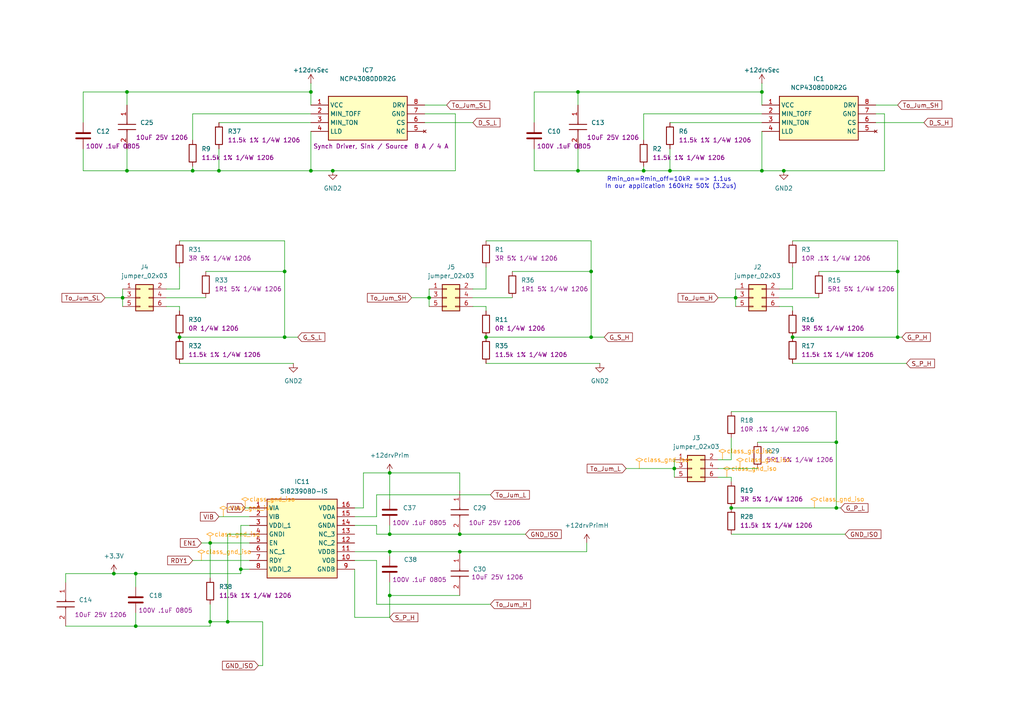
<source format=kicad_sch>
(kicad_sch (version 20250114) (generator "eeschema") (generator_version "9.0")
  (paper "A4")
  (lib_symbols
    (symbol "Connector_Generic:Conn_02x03_Odd_Even" (pin_names (offset 1.016) (hide yes))
      (property "Reference" "J" (at 1.27 5.08 0))
      (property "Value" "Conn_02x03_Odd_Even" (at 1.27 -5.08 0))
      (symbol "Conn_02x03_Odd_Even_1_1"
        (rectangle (start -1.27 3.81) (end 3.81 -3.81) (stroke (width 0.254)) (fill (type background)))
        (rectangle (start -1.27 2.667) (end 0 2.413) (stroke (width 0.1524)))
        (rectangle (start -1.27 0.127) (end 0 -0.127) (stroke (width 0.1524)))
        (rectangle (start -1.27 -2.413) (end 0 -2.667) (stroke (width 0.1524)))
        (rectangle (start 3.81 2.667) (end 2.54 2.413) (stroke (width 0.1524)))
        (rectangle (start 3.81 0.127) (end 2.54 -0.127) (stroke (width 0.1524)))
        (rectangle (start 3.81 -2.413) (end 2.54 -2.667) (stroke (width 0.1524)))
        (pin passive line (at -5.08 2.54 0) (length 3.81) (name "Pin_1") (number "1"))
        (pin passive line (at -5.08 0 0) (length 3.81) (name "Pin_3") (number "3"))
        (pin passive line (at -5.08 -2.54 0) (length 3.81) (name "Pin_5") (number "5"))
        (pin passive line (at 7.62 2.54 180) (length 3.81) (name "Pin_2") (number "2"))
        (pin passive line (at 7.62 0 180) (length 3.81) (name "Pin_4") (number "4"))
        (pin passive line (at 7.62 -2.54 180) (length 3.81) (name "Pin_6") (number "6"))
      )
    )
    (symbol "Device:C" (pin_numbers (hide yes)) (pin_names (offset 0.254))
      (property "Reference" "C" (at 0.635 2.54 0))
      (property "Value" "C" (at 0.635 -2.54 0))
      (symbol "C_0_1"
        (polyline (pts (xy -2.032 0.762) (xy 2.032 0.762)) (stroke (width 0.508)))
        (polyline (pts (xy -2.032 -0.762) (xy 2.032 -0.762)) (stroke (width 0.508)))
      )
      (symbol "C_1_1"
        (pin passive line (at 0 3.81 270) (length 2.794) (name "~") (number "1"))
        (pin passive line (at 0 -3.81 90) (length 2.794) (name "~") (number "2"))
      )
    )
    (symbol "Device:R" (pin_numbers (hide yes)) (pin_names (offset 0))
      (property "Reference" "R" (at 2.032 0 90))
      (property "Value" "R" (at 0 0 90))
      (symbol "R_0_1"
        (rectangle (start -1.016 -2.54) (end 1.016 2.54) (stroke (width 0.254)))
      )
      (symbol "R_1_1"
        (pin passive line (at 0 3.81 270) (length 1.27) (name "~") (number "1"))
        (pin passive line (at 0 -3.81 90) (length 1.27) (name "~") (number "2"))
      )
    )
    (symbol "GRM31CR71E106KA12K:GRM31CR71E106KA12K" (pin_names (hide yes))
      (property "Reference" "C" (at 8.89 6.35 0))
      (property "Value" "GRM31CR71E106KA12K" (at 8.89 3.81 0))
      (symbol "GRM31CR71E106KA12K_1_1"
        (polyline (pts (xy 5.08 0) (xy 5.588 0)) (stroke (width 0.254)))
        (polyline (pts (xy 5.588 2.54) (xy 5.588 -2.54)) (stroke (width 0.254)))
        (polyline (pts (xy 7.112 2.54) (xy 7.112 -2.54)) (stroke (width 0.254)))
        (polyline (pts (xy 7.112 0) (xy 7.62 0)) (stroke (width 0.254)))
        (pin passive line (at 0 0 0) (length 5.08) (name "1") (number "1"))
        (pin passive line (at 12.7 0 180) (length 5.08) (name "2") (number "2"))
      )
    )
    (symbol "NCP43080ADR2G:NCP43080ADR2G"
      (property "Reference" "IC" (at 29.21 7.62 0))
      (property "Value" "NCP43080ADR2G" (at 29.21 5.08 0))
      (symbol "NCP43080ADR2G_1_1"
        (rectangle (start 5.08 2.54) (end 27.94 -10.16) (stroke (width 0.254)) (fill (type background)))
        (pin passive line (at 0 0 0) (length 5.08) (name "VCC") (number "1"))
        (pin passive line (at 0 -2.54 0) (length 5.08) (name "MIN_TOFF") (number "2"))
        (pin passive line (at 0 -5.08 0) (length 5.08) (name "MIN_TON") (number "3"))
        (pin passive line (at 0 -7.62 0) (length 5.08) (name "LLD") (number "4"))
        (pin passive line (at 33.02 0 180) (length 5.08) (name "DRV") (number "8"))
        (pin passive line (at 33.02 -2.54 180) (length 5.08) (name "GND") (number "7"))
        (pin passive line (at 33.02 -5.08 180) (length 5.08) (name "CS") (number "6"))
        (pin no_connect line (at 33.02 -7.62 180) (length 5.08) (name "NC") (number "5"))
      )
    )
    (symbol "SI82390BD-IS:SI82390BD-IS"
      (property "Reference" "IC" (at 26.67 7.62 0))
      (property "Value" "SI82390BD-IS" (at 26.67 5.08 0))
      (symbol "SI82390BD-IS_1_1"
        (rectangle (start 5.08 2.54) (end 25.4 -20.32) (stroke (width 0.254)) (fill (type background)))
        (pin passive line (at 0 0 0) (length 5.08) (name "VIA") (number "1"))
        (pin passive line (at 0 -2.54 0) (length 5.08) (name "VIB") (number "2"))
        (pin passive line (at 0 -5.08 0) (length 5.08) (name "VDDI_1") (number "3"))
        (pin passive line (at 0 -7.62 0) (length 5.08) (name "GNDI") (number "4"))
        (pin passive line (at 0 -10.16 0) (length 5.08) (name "EN") (number "5"))
        (pin passive line (at 0 -12.7 0) (length 5.08) (name "NC_1") (number "6"))
        (pin passive line (at 0 -15.24 0) (length 5.08) (name "RDY") (number "7"))
        (pin passive line (at 0 -17.78 0) (length 5.08) (name "VDDI_2") (number "8"))
        (pin passive line (at 30.48 0 180) (length 5.08) (name "VDDA") (number "16"))
        (pin passive line (at 30.48 -2.54 180) (length 5.08) (name "VOA") (number "15"))
        (pin passive line (at 30.48 -5.08 180) (length 5.08) (name "GNDA") (number "14"))
        (pin passive line (at 30.48 -7.62 180) (length 5.08) (name "NC_3") (number "13"))
        (pin passive line (at 30.48 -10.16 180) (length 5.08) (name "NC_2") (number "12"))
        (pin passive line (at 30.48 -12.7 180) (length 5.08) (name "VDDB") (number "11"))
        (pin passive line (at 30.48 -15.24 180) (length 5.08) (name "VOB") (number "10"))
        (pin passive line (at 30.48 -17.78 180) (length 5.08) (name "GNDB") (number "9"))
      )
    )
    (symbol "power:+12V" (power) (pin_numbers (hide yes)) (pin_names (offset 0) (hide yes))
      (property "Value" "+12V" (at 0 3.556 0))
      (symbol "+12V_0_1"
        (polyline (pts (xy -0.762 1.27) (xy 0 2.54)))
        (polyline (pts (xy 0 2.54) (xy 0.762 1.27)))
        (polyline (pts (xy 0 0) (xy 0 2.54)))
      )
      (symbol "+12V_1_1"
        (pin power_in line (at 0 0 90) (length 0) (name "~") (number "1"))
      )
    )
    (symbol "power:+5V" (power) (pin_numbers (hide yes)) (pin_names (offset 0) (hide yes))
      (property "Value" "+5V" (at 0 3.556 0))
      (symbol "+5V_0_1"
        (polyline (pts (xy -0.762 1.27) (xy 0 2.54)))
        (polyline (pts (xy 0 2.54) (xy 0.762 1.27)))
        (polyline (pts (xy 0 0) (xy 0 2.54)))
      )
      (symbol "+5V_1_1"
        (pin power_in line (at 0 0 90) (length 0) (name "~") (number "1"))
      )
    )
    (symbol "power:GND2" (power) (pin_numbers (hide yes)) (pin_names (offset 0) (hide yes))
      (property "Value" "GND2" (at 0 -3.81 0))
      (symbol "GND2_0_1"
        (polyline (pts (xy 0 0) (xy 0 -1.27) (xy 1.27 -1.27) (xy 0 -2.54) (xy -1.27 -1.27) (xy 0 -1.27)))
      )
      (symbol "GND2_1_1"
        (pin power_in line (at 0 0 270) (length 0) (name "~") (number "1"))
      )
    )
  )
  (text "Rmin_on=Rmin_off=10kR ==> 1.1us \nIn our application 160kHz 50% (3.2us)" (at 194.564 53.086 0) (effects (font (size 1.27 1.27))))
  (junction (at 140.97 97.79))
  (junction (at 39.37 181.61))
  (junction (at 66.04 180.34))
  (junction (at 220.98 26.67))
  (junction (at 35.56 86.36))
  (junction (at 82.55 78.74))
  (junction (at 52.07 97.79))
  (junction (at 113.03 172.72))
  (junction (at 36.83 26.67))
  (junction (at 39.37 166.37))
  (junction (at 242.57 128.27))
  (junction (at 69.85 165.1))
  (junction (at 82.55 97.79))
  (junction (at 260.35 97.79))
  (junction (at 133.35 160.02))
  (junction (at 186.69 49.53))
  (junction (at 133.35 154.94))
  (junction (at 195.58 135.89))
  (junction (at 60.96 180.34))
  (junction (at 63.5 49.53))
  (junction (at 220.98 49.53))
  (junction (at 90.17 49.53))
  (junction (at 260.35 78.74))
  (junction (at 55.88 49.53))
  (junction (at 96.52 49.53))
  (junction (at 194.31 49.53))
  (junction (at 36.83 49.53))
  (junction (at 167.64 49.53))
  (junction (at 90.17 26.67))
  (junction (at 213.36 86.36))
  (junction (at 171.45 97.79))
  (junction (at 113.03 137.16))
  (junction (at 124.46 86.36))
  (junction (at 113.03 160.02))
  (junction (at 33.02 166.37))
  (junction (at 227.33 49.53))
  (junction (at 171.45 78.74))
  (junction (at 113.03 154.94))
  (junction (at 167.64 26.67))
  (junction (at 60.96 157.48))
  (junction (at 229.87 97.79))
  (junction (at 242.57 147.32))
  (junction (at 212.09 147.32))
  (wire (pts (xy 229.87 83.82) (xy 226.06 83.82)))
  (wire (pts (xy 123.19 33.02) (xy 132.08 33.02)))
  (wire (pts (xy 154.94 26.67) (xy 154.94 35.56)))
  (wire (pts (xy 237.49 78.74) (xy 260.35 78.74)))
  (wire (pts (xy 213.36 83.82) (xy 213.36 86.36)))
  (wire (pts (xy 220.98 26.67) (xy 220.98 30.48)))
  (wire (pts (xy 113.03 137.16) (xy 113.03 144.78)))
  (wire (pts (xy 109.22 175.26) (xy 109.22 162.56)))
  (wire (pts (xy 254 35.56) (xy 267.97 35.56)))
  (wire (pts (xy 137.16 88.9) (xy 140.97 88.9)))
  (wire (pts (xy 227.33 49.53) (xy 256.54 49.53)))
  (wire (pts (xy 39.37 181.61) (xy 39.37 177.8)))
  (wire (pts (xy 208.28 138.43) (xy 212.09 138.43)))
  (wire (pts (xy 63.5 49.53) (xy 90.17 49.53)))
  (wire (pts (xy 229.87 77.47) (xy 229.87 83.82)))
  (wire (pts (xy 212.09 133.35) (xy 208.28 133.35)))
  (wire (pts (xy 109.22 143.51) (xy 142.24 143.51)))
  (wire (pts (xy 140.97 77.47) (xy 140.97 83.82)))
  (wire (pts (xy 52.07 105.41) (xy 85.09 105.41)))
  (wire (pts (xy 60.96 157.48) (xy 60.96 167.64)))
  (wire (pts (xy 52.07 97.79) (xy 82.55 97.79)))
  (wire (pts (xy 140.97 97.79) (xy 171.45 97.79)))
  (wire (pts (xy 113.03 179.07) (xy 113.03 172.72)))
  (wire (pts (xy 195.58 135.89) (xy 195.58 138.43)))
  (wire (pts (xy 167.64 43.18) (xy 167.64 49.53)))
  (wire (pts (xy 154.94 26.67) (xy 167.64 26.67)))
  (wire (pts (xy 140.97 105.41) (xy 173.99 105.41)))
  (wire (pts (xy 72.39 152.4) (xy 69.85 152.4)))
  (wire (pts (xy 24.13 26.67) (xy 36.83 26.67)))
  (wire (pts (xy 109.22 149.86) (xy 109.22 143.51)))
  (wire (pts (xy 96.52 49.53) (xy 132.08 49.53)))
  (wire (pts (xy 154.94 49.53) (xy 167.64 49.53)))
  (wire (pts (xy 113.03 168.91) (xy 113.03 172.72)))
  (wire (pts (xy 39.37 170.18) (xy 39.37 166.37)))
  (wire (pts (xy 90.17 26.67) (xy 90.17 30.48)))
  (wire (pts (xy 167.64 26.67) (xy 220.98 26.67)))
  (wire (pts (xy 102.87 160.02) (xy 113.03 160.02)))
  (wire (pts (xy 63.5 35.56) (xy 90.17 35.56)))
  (wire (pts (xy 55.88 162.56) (xy 72.39 162.56)))
  (wire (pts (xy 90.17 24.13) (xy 90.17 26.67)))
  (wire (pts (xy 69.85 166.37) (xy 69.85 165.1)))
  (wire (pts (xy 260.35 78.74) (xy 260.35 97.79)))
  (wire (pts (xy 60.96 180.34) (xy 66.04 180.34)))
  (wire (pts (xy 102.87 162.56) (xy 109.22 162.56)))
  (wire (pts (xy 52.07 77.47) (xy 52.07 83.82)))
  (wire (pts (xy 171.45 69.85) (xy 171.45 78.74)))
  (wire (pts (xy 19.05 166.37) (xy 33.02 166.37)))
  (wire (pts (xy 212.09 147.32) (xy 242.57 147.32)))
  (wire (pts (xy 30.48 86.36) (xy 35.56 86.36)))
  (wire (pts (xy 96.52 49.53) (xy 90.17 49.53)))
  (wire (pts (xy 113.03 154.94) (xy 133.35 154.94)))
  (wire (pts (xy 33.02 166.37) (xy 39.37 166.37)))
  (wire (pts (xy 55.88 49.53) (xy 63.5 49.53)))
  (wire (pts (xy 69.85 165.1) (xy 72.39 165.1)))
  (wire (pts (xy 60.96 180.34) (xy 60.96 175.26)))
  (wire (pts (xy 229.87 90.17) (xy 229.87 88.9)))
  (wire (pts (xy 140.97 83.82) (xy 137.16 83.82)))
  (wire (pts (xy 213.36 86.36) (xy 213.36 88.9)))
  (wire (pts (xy 229.87 97.79) (xy 260.35 97.79)))
  (wire (pts (xy 36.83 49.53) (xy 55.88 49.53)))
  (wire (pts (xy 154.94 43.18) (xy 154.94 49.53)))
  (wire (pts (xy 133.35 154.94) (xy 152.4 154.94)))
  (wire (pts (xy 212.09 127) (xy 212.09 133.35)))
  (wire (pts (xy 105.41 137.16) (xy 105.41 147.32)))
  (wire (pts (xy 181.61 135.89) (xy 195.58 135.89)))
  (wire (pts (xy 167.64 26.67) (xy 167.64 30.48)))
  (wire (pts (xy 36.83 26.67) (xy 90.17 26.67)))
  (wire (pts (xy 55.88 40.64) (xy 55.88 33.02)))
  (wire (pts (xy 105.41 137.16) (xy 113.03 137.16)))
  (wire (pts (xy 82.55 69.85) (xy 82.55 78.74)))
  (wire (pts (xy 113.03 152.4) (xy 113.03 154.94)))
  (wire (pts (xy 66.04 180.34) (xy 76.2 180.34)))
  (wire (pts (xy 74.93 193.04) (xy 76.2 193.04)))
  (wire (pts (xy 71.12 147.32) (xy 72.39 147.32)))
  (wire (pts (xy 59.69 78.74) (xy 82.55 78.74)))
  (wire (pts (xy 229.87 105.41) (xy 262.89 105.41)))
  (wire (pts (xy 212.09 154.94) (xy 245.11 154.94)))
  (wire (pts (xy 63.5 149.86) (xy 72.39 149.86)))
  (wire (pts (xy 229.87 69.85) (xy 260.35 69.85)))
  (wire (pts (xy 52.07 69.85) (xy 82.55 69.85)))
  (wire (pts (xy 226.06 88.9) (xy 229.87 88.9)))
  (wire (pts (xy 55.88 48.26) (xy 55.88 49.53)))
  (wire (pts (xy 171.45 97.79) (xy 175.26 97.79)))
  (wire (pts (xy 66.04 154.94) (xy 72.39 154.94)))
  (wire (pts (xy 260.35 97.79) (xy 261.62 97.79)))
  (wire (pts (xy 124.46 83.82) (xy 124.46 86.36)))
  (wire (pts (xy 52.07 90.17) (xy 52.07 88.9)))
  (wire (pts (xy 242.57 147.32) (xy 243.84 147.32)))
  (wire (pts (xy 195.58 133.35) (xy 195.58 135.89)))
  (wire (pts (xy 52.07 83.82) (xy 48.26 83.82)))
  (wire (pts (xy 36.83 26.67) (xy 36.83 30.48)))
  (wire (pts (xy 113.03 160.02) (xy 113.03 161.29)))
  (wire (pts (xy 119.38 86.36) (xy 124.46 86.36)))
  (wire (pts (xy 137.16 86.36) (xy 148.59 86.36)))
  (wire (pts (xy 140.97 69.85) (xy 171.45 69.85)))
  (wire (pts (xy 82.55 97.79) (xy 86.36 97.79)))
  (wire (pts (xy 254 30.48) (xy 260.35 30.48)))
  (wire (pts (xy 19.05 168.91) (xy 19.05 166.37)))
  (wire (pts (xy 171.45 78.74) (xy 171.45 97.79)))
  (wire (pts (xy 186.69 33.02) (xy 220.98 33.02)))
  (wire (pts (xy 123.19 35.56) (xy 137.16 35.56)))
  (wire (pts (xy 194.31 35.56) (xy 220.98 35.56)))
  (wire (pts (xy 35.56 83.82) (xy 35.56 86.36)))
  (wire (pts (xy 167.64 49.53) (xy 186.69 49.53)))
  (wire (pts (xy 24.13 26.67) (xy 24.13 35.56)))
  (wire (pts (xy 76.2 193.04) (xy 76.2 180.34)))
  (wire (pts (xy 194.31 43.18) (xy 194.31 49.53)))
  (wire (pts (xy 113.03 172.72) (xy 133.35 172.72)))
  (wire (pts (xy 55.88 33.02) (xy 90.17 33.02)))
  (wire (pts (xy 132.08 33.02) (xy 132.08 49.53)))
  (wire (pts (xy 113.03 160.02) (xy 133.35 160.02)))
  (wire (pts (xy 109.22 152.4) (xy 109.22 154.94)))
  (wire (pts (xy 19.05 181.61) (xy 39.37 181.61)))
  (wire (pts (xy 109.22 152.4) (xy 102.87 152.4)))
  (wire (pts (xy 220.98 38.1) (xy 220.98 49.53)))
  (wire (pts (xy 39.37 166.37) (xy 69.85 166.37)))
  (wire (pts (xy 60.96 181.61) (xy 60.96 180.34)))
  (wire (pts (xy 220.98 24.13) (xy 220.98 26.67)))
  (wire (pts (xy 39.37 181.61) (xy 60.96 181.61)))
  (wire (pts (xy 35.56 86.36) (xy 35.56 88.9)))
  (wire (pts (xy 242.57 128.27) (xy 242.57 147.32)))
  (wire (pts (xy 48.26 88.9) (xy 52.07 88.9)))
  (wire (pts (xy 256.54 33.02) (xy 256.54 49.53)))
  (wire (pts (xy 212.09 119.38) (xy 242.57 119.38)))
  (wire (pts (xy 227.33 49.53) (xy 220.98 49.53)))
  (wire (pts (xy 194.31 49.53) (xy 220.98 49.53)))
  (wire (pts (xy 102.87 165.1) (xy 102.87 179.07)))
  (wire (pts (xy 109.22 175.26) (xy 142.24 175.26)))
  (wire (pts (xy 186.69 49.53) (xy 194.31 49.53)))
  (wire (pts (xy 186.69 40.64) (xy 186.69 33.02)))
  (wire (pts (xy 66.04 154.94) (xy 66.04 180.34)))
  (wire (pts (xy 133.35 137.16) (xy 133.35 142.24)))
  (wire (pts (xy 242.57 119.38) (xy 242.57 128.27)))
  (wire (pts (xy 208.28 86.36) (xy 213.36 86.36)))
  (wire (pts (xy 102.87 149.86) (xy 109.22 149.86)))
  (wire (pts (xy 140.97 90.17) (xy 140.97 88.9)))
  (wire (pts (xy 212.09 139.7) (xy 212.09 138.43)))
  (wire (pts (xy 186.69 48.26) (xy 186.69 49.53)))
  (wire (pts (xy 254 33.02) (xy 256.54 33.02)))
  (wire (pts (xy 260.35 69.85) (xy 260.35 78.74)))
  (wire (pts (xy 133.35 160.02) (xy 170.18 160.02)))
  (wire (pts (xy 226.06 86.36) (xy 237.49 86.36)))
  (wire (pts (xy 24.13 43.18) (xy 24.13 49.53)))
  (wire (pts (xy 219.71 128.27) (xy 242.57 128.27)))
  (wire (pts (xy 170.18 160.02) (xy 170.18 157.48)))
  (wire (pts (xy 58.42 157.48) (xy 60.96 157.48)))
  (wire (pts (xy 109.22 154.94) (xy 113.03 154.94)))
  (wire (pts (xy 102.87 179.07) (xy 113.03 179.07)))
  (wire (pts (xy 113.03 137.16) (xy 133.35 137.16)))
  (wire (pts (xy 82.55 78.74) (xy 82.55 97.79)))
  (wire (pts (xy 48.26 86.36) (xy 59.69 86.36)))
  (wire (pts (xy 24.13 49.53) (xy 36.83 49.53)))
  (wire (pts (xy 60.96 157.48) (xy 72.39 157.48)))
  (wire (pts (xy 63.5 43.18) (xy 63.5 49.53)))
  (wire (pts (xy 90.17 38.1) (xy 90.17 49.53)))
  (wire (pts (xy 102.87 147.32) (xy 105.41 147.32)))
  (wire (pts (xy 148.59 78.74) (xy 171.45 78.74)))
  (wire (pts (xy 123.19 30.48) (xy 129.54 30.48)))
  (wire (pts (xy 36.83 43.18) (xy 36.83 49.53)))
  (wire (pts (xy 208.28 135.89) (xy 219.71 135.89)))
  (wire (pts (xy 69.85 152.4) (xy 69.85 165.1)))
  (wire (pts (xy 124.46 86.36) (xy 124.46 88.9)))
  (global_label "To_Jum_H" (shape input) (at 142.24 175.26 0) (property "Intersheetrefs" "${INTERSHEET_REFS}" (effects (hide yes))))
  (global_label "To_Jum_SL" (shape input) (at 30.48 86.36 180) (property "Intersheetrefs" "${INTERSHEET_REFS}" (effects (hide yes))))
  (global_label "To_Jum_SH" (shape input) (at 260.35 30.48 0) (property "Intersheetrefs" "${INTERSHEET_REFS}" (effects (hide yes))))
  (global_label "G_S_L" (shape input) (at 86.36 97.79 0) (property "Intersheetrefs" "${INTERSHEET_REFS}" (effects (hide yes))))
  (global_label "To_Jum_SL" (shape input) (at 129.54 30.48 0) (property "Intersheetrefs" "${INTERSHEET_REFS}" (effects (hide yes))))
  (global_label "S_P_H" (shape input) (at 113.03 179.07 0) (property "Intersheetrefs" "${INTERSHEET_REFS}" (effects (hide yes))))
  (global_label "D_S_L" (shape input) (at 137.16 35.56 0) (property "Intersheetrefs" "${INTERSHEET_REFS}" (effects (hide yes))))
  (global_label "G_P_L" (shape input) (at 243.84 147.32 0) (property "Intersheetrefs" "${INTERSHEET_REFS}" (effects (hide yes))))
  (global_label "RDY1" (shape input) (at 55.88 162.56 180) (property "Intersheetrefs" "${INTERSHEET_REFS}" (effects (hide yes))))
  (global_label "S_P_H" (shape input) (at 262.89 105.41 0) (property "Intersheetrefs" "${INTERSHEET_REFS}" (effects (hide yes))))
  (global_label "G_P_H" (shape input) (at 261.62 97.79 0) (property "Intersheetrefs" "${INTERSHEET_REFS}" (effects (hide yes))))
  (global_label "G_S_H" (shape input) (at 175.26 97.79 0) (property "Intersheetrefs" "${INTERSHEET_REFS}" (effects (hide yes))))
  (global_label "To_Jum_H" (shape input) (at 208.28 86.36 180) (property "Intersheetrefs" "${INTERSHEET_REFS}" (effects (hide yes))))
  (global_label "To_Jum_L" (shape input) (at 181.61 135.89 180) (property "Intersheetrefs" "${INTERSHEET_REFS}" (effects (hide yes))))
  (global_label "GND_ISO" (shape input) (at 152.4 154.94 0) (property "Intersheetrefs" "${INTERSHEET_REFS}" (effects (hide yes))))
  (global_label "D_S_H" (shape input) (at 267.97 35.56 0) (property "Intersheetrefs" "${INTERSHEET_REFS}" (effects (hide yes))))
  (global_label "To_Jum_SH" (shape input) (at 119.38 86.36 180) (property "Intersheetrefs" "${INTERSHEET_REFS}" (effects (hide yes))))
  (global_label "VIB" (shape input) (at 63.5 149.86 180) (property "Intersheetrefs" "${INTERSHEET_REFS}" (effects (hide yes))))
  (global_label "GND_ISO" (shape input) (at 74.93 193.04 180) (property "Intersheetrefs" "${INTERSHEET_REFS}" (effects (hide yes))))
  (global_label "VIA" (shape input) (at 71.12 147.32 180) (property "Intersheetrefs" "${INTERSHEET_REFS}" (effects (hide yes))))
  (global_label "EN1" (shape input) (at 58.42 157.48 180) (property "Intersheetrefs" "${INTERSHEET_REFS}" (effects (hide yes))))
  (global_label "GND_ISO" (shape input) (at 245.11 154.94 0) (property "Intersheetrefs" "${INTERSHEET_REFS}" (effects (hide yes))))
  (global_label "To_Jum_L" (shape input) (at 142.24 143.51 0) (property "Intersheetrefs" "${INTERSHEET_REFS}" (effects (hide yes))))
  (netclass_flag "" (length 2.54) (shape diamond) (at 214.63 135.89 0) (property "Netclass" "class_gnd_iso" (at 215.8365 133.35 0) (effects (justify left))))
  (netclass_flag "" (length 2.54) (shape diamond) (at 209.55 133.35 0) (property "Netclass" "class_gnd_iso" (at 210.7565 130.81 0) (effects (justify left))))
  (netclass_flag "" (length 2.54) (shape diamond) (at 58.42 162.56 0) (property "Netclass" "class_gnd_iso" (at 59.6265 160.02 0) (effects (justify left))))
  (netclass_flag "" (length 2.54) (shape diamond) (at 71.12 147.32 0) (property "Netclass" "class_gnd_iso" (at 72.3265 144.78 0) (effects (justify left))))
  (netclass_flag "" (length 2.54) (shape diamond) (at 210.82 138.43 0) (property "Netclass" "class_gnd_iso" (at 212.0265 135.89 0) (effects (justify left))))
  (netclass_flag "" (length 2.54) (shape diamond) (at 60.96 157.48 0) (property "Netclass" "class_gnd_iso" (at 62.1665 154.94 0) (effects (justify left))))
  (netclass_flag "" (length 2.54) (shape diamond) (at 236.22 147.32 0) (property "Netclass" "class_gnd_iso" (at 237.4265 144.78 0) (effects (justify left))))
  (netclass_flag "" (length 2.54) (shape diamond) (at 64.77 149.86 0) (property "Netclass" "class_gnd_iso" (at 65.9765 147.32 0) (effects (justify left))))
  (netclass_flag "" (length 2.54) (shape diamond) (at 185.42 135.89 0) (property "Netclass" "class_gnd_iso" (at 186.6265 133.35 0) (effects (justify left))))
  (symbol (lib_id "Device:R") (at 229.87 93.98 0) (unit 1)
    (property "Reference" "R16" (at 232.41 92.7099 0) (effects (justify left)))
    (property "Value" "KTR18EZPJ3R0" (effects (hide yes)))
    (property "Footprint" "Resistor_SMD:R_1206_3216Metric" (effects (hide yes)))
    (property "Datasheet" "https://fscdn.rohm.com/en/products/databook/datasheet/passive/resistor/chip_resistor/ktr-e.pdf" (effects (hide yes)))
    (property "Description" "3R 5% 1/4W 1206" (at 232.41 95.2499 0) (effects (justify left)))
    (property "Mouser Part Number" "755-KTR18EZPJ3R0" (effects (hide yes)))
    (property "Manufacturer_Name  " "ROHM Semiconductor" (effects (hide yes)))
    (property "Manufacturer_Part_Number " "KTR18EZPJ3R0" (effects (hide yes)))
  )
  (symbol (lib_id "Device:R") (at 52.07 93.98 0) (unit 1)
    (property "Reference" "R30" (at 54.61 92.7099 0) (effects (justify left)))
    (property "Value" "CRCW12060000Z0EAC" (effects (hide yes)))
    (property "Footprint" "Resistor_SMD:R_1206_3216Metric" (effects (hide yes)))
    (property "Datasheet" "https://www.vishay.com/docs/28773/crcwce3.pdf" (effects (hide yes)))
    (property "Description" "0R 1/4W 1206" (at 54.61 95.2499 0) (effects (justify left)))
    (property "Mouser Part Number" "71-CRCW12060000Z0EAC" (effects (hide yes)))
    (property "Manufacturer_Name  " "Vishay" (effects (hide yes)))
    (property "Manufacturer_Part_Number " "CRCW12060000Z0EAC" (effects (hide yes)))
  )
  (symbol (lib_id "Device:R") (at 237.49 82.55 0) (unit 1)
    (property "Reference" "R15" (at 240.03 81.2799 0) (effects (justify left)))
    (property "Value" "M251206BB5108JP500" (effects (hide yes)))
    (property "Footprint" "Resistor_SMD:R_1206_3216Metric" (effects (hide yes)))
    (property "Datasheet" "https://www.vishay.com/doc?20031" (effects (hide yes)))
    (property "Description" "5R1 5% 1/4W 1206" (at 240.03 83.8199 0) (effects (justify left)))
    (property "Mouser Part Number" "71-M251206BB5108JP50" (effects (hide yes)))
    (property "Manufacturer_Name  " "Vishay / Dale" (effects (hide yes)))
    (property "Manufacturer_Part_Number " "M251206BB5108JP500" (effects (hide yes)))
  )
  (symbol (lib_id "Device:R") (at 212.09 143.51 0) (unit 1)
    (property "Reference" "R19" (at 214.63 142.2399 0) (effects (justify left)))
    (property "Value" "KTR18EZPJ3R0" (effects (hide yes)))
    (property "Footprint" "Resistor_SMD:R_1206_3216Metric" (effects (hide yes)))
    (property "Datasheet" "https://fscdn.rohm.com/en/products/databook/datasheet/passive/resistor/chip_resistor/ktr-e.pdf" (effects (hide yes)))
    (property "Description" "3R 5% 1/4W 1206" (at 214.63 144.7799 0) (effects (justify left)))
    (property "Mouser Part Number" "755-KTR18EZPJ3R0" (effects (hide yes)))
    (property "Manufacturer_Name  " "ROHM Semiconductor" (effects (hide yes)))
    (property "Manufacturer_Part_Number " "KTR18EZPJ3R0" (effects (hide yes)))
  )
  (symbol (lib_id "GRM31CR71E106KA12K:GRM31CR71E106KA12K") (at 133.35 142.24 270) (unit 1)
    (property "Reference" "C29" (at 137.16 147.3199 90) (effects (justify left)))
    (property "Value" "GRM31CR71E106KA12K" (effects (hide yes)))
    (property "Footprint" "GRM31CR71E106KA12K:GRM31x" (effects (hide yes)))
    (property "Datasheet" "https://search.murata.co.jp/Ceramy/image/img/A01X/G101/ENG/GRM31CR71E106KA12-01CA.pdf" (effects (hide yes)))
    (property "Description" "10uF 25V 1206" (at 143.51 151.638 90))
    (property "Height" "1.25" (effects (hide yes)))
    (property "Mouser Part Number" "81-GRM31CR71E106KA2K" (effects (hide yes)))
    (property "Mouser Price/Stock" "https://www.mouser.co.uk/ProductDetail/Murata-Electronics/GRM31CR71E106KA12K?qs=raY79WRVTyM6xGVExNjdaw%3D%3D" (effects (hide yes)))
    (property "Manufacturer_Name" "Murata Electronics" (effects (hide yes)))
    (property "Manufacturer_Part_Number" "GRM31CR71E106KA12K" (effects (hide yes)))
  )
  (symbol (lib_id "Device:R") (at 148.59 82.55 0) (unit 1)
    (property "Reference" "R36" (at 151.13 81.2799 0) (effects (justify left)))
    (property "Value" "RC1206JR-071R1L" (effects (hide yes)))
    (property "Footprint" "Resistor_SMD:R_1206_3216Metric" (effects (hide yes)))
    (property "Datasheet" "https://www.mouser.fr/datasheet/3/508/1/PYu-RC_Group_51_RoHS_L_12.pdf" (effects (hide yes)))
    (property "Description" "1R1 5% 1/4W 1206" (at 151.13 83.8199 0) (effects (justify left)))
    (property "Mouser Part Number" "603-RC1206JR-071R1L" (effects (hide yes)))
    (property "Manufacturer_Name  " "YAGEO" (effects (hide yes)))
    (property "Manufacturer_Part_Number " "RC1206JR-071R1L" (effects (hide yes)))
  )
  (symbol (lib_id "Device:C") (at 154.94 39.37 0) (unit 1)
    (property "Reference" "C10" (at 158.75 38.0999 0) (effects (justify left)))
    (property "Value" "SH21B104K101CT" (effects (hide yes)))
    (property "Footprint" "Capacitor_SMD:C_0805_2012Metric" (effects (hide yes)))
    (property "Datasheet" "https://www.mouser.fr/datasheet/3/317/1/WTC_MLCC_Soft_term_SH.pdf" (effects (hide yes)))
    (property "Description" "100V .1uF 0805" (at 163.576 42.418 0))
    (property "Manufacturer_Name" "Walsin" (effects (hide yes)))
    (property "Manufacturer_Part_Number " "SH21B104K101CT" (effects (hide yes)))
    (property "Mouser Part Number" "791-SH21B104K101CT" (effects (hide yes)))
  )
  (symbol (lib_id "Device:R") (at 140.97 101.6 0) (unit 1)
    (property "Reference" "R35" (at 143.51 100.3299 0) (effects (justify left)))
    (property "Value" "RC1206FR-0711K5L" (effects (hide yes)))
    (property "Footprint" "Resistor_SMD:R_1206_3216Metric" (effects (hide yes)))
    (property "Datasheet" "www.mouser.com/catalog/specsheets/YAGEO_PYu_RC_Group_51_RoHS_L_12.pdf" (effects (hide yes)))
    (property "Description" "11.5k 1% 1/4W 1206" (at 143.51 102.8699 0) (effects (justify left)))
    (property "Mouser Part Number" "603-RC1206FR-0711K5L" (effects (hide yes)))
    (property "Manufacturer_Name  " "YAGEO" (effects (hide yes)))
    (property "Manufacturer_Part_Number " "RC1206FR-0711K5L" (effects (hide yes)))
  )
  (symbol (lib_id "GRM31CR71E106KA12K:GRM31CR71E106KA12K") (at 133.35 160.02 270) (unit 1)
    (property "Reference" "C30" (at 137.16 165.0999 90) (effects (justify left)))
    (property "Value" "GRM31CR71E106KA12K" (effects (hide yes)))
    (property "Footprint" "GRM31CR71E106KA12K:GRM31x" (effects (hide yes)))
    (property "Datasheet" "https://search.murata.co.jp/Ceramy/image/img/A01X/G101/ENG/GRM31CR71E106KA12-01CA.pdf" (effects (hide yes)))
    (property "Description" "10uF 25V 1206" (at 144.272 167.386 90))
    (property "Height" "1.25" (effects (hide yes)))
    (property "Mouser Part Number" "81-GRM31CR71E106KA2K" (effects (hide yes)))
    (property "Mouser Price/Stock" "https://www.mouser.co.uk/ProductDetail/Murata-Electronics/GRM31CR71E106KA12K?qs=raY79WRVTyM6xGVExNjdaw%3D%3D" (effects (hide yes)))
    (property "Manufacturer_Name" "Murata Electronics" (effects (hide yes)))
    (property "Manufacturer_Part_Number" "GRM31CR71E106KA12K" (effects (hide yes)))
  )
  (symbol (lib_id "Device:R") (at 229.87 101.6 0) (unit 1)
    (property "Reference" "R17" (at 232.41 100.3299 0) (effects (justify left)))
    (property "Value" "RC1206FR-0711K5L" (effects (hide yes)))
    (property "Footprint" "Resistor_SMD:R_1206_3216Metric" (effects (hide yes)))
    (property "Datasheet" "www.mouser.com/catalog/specsheets/YAGEO_PYu_RC_Group_51_RoHS_L_12.pdf" (effects (hide yes)))
    (property "Description" "11.5k 1% 1/4W 1206" (at 232.41 102.8699 0) (effects (justify left)))
    (property "Mouser Part Number" "603-RC1206FR-0711K5L" (effects (hide yes)))
    (property "Manufacturer_Name  " "YAGEO" (effects (hide yes)))
    (property "Manufacturer_Part_Number " "RC1206FR-0711K5L" (effects (hide yes)))
  )
  (symbol (lib_id "power:+12V") (at 220.98 24.13 0) (unit 1)
    (property "Reference" "#PWR011" (effects (hide yes)))
    (property "Value" "+12drvSec" (at 220.98 20.32 0))
    (property "Description" "Power symbol creates a global label with name \"+12V\"" (effects (hide yes)))
  )
  (symbol (lib_id "Device:R") (at 212.09 123.19 0) (unit 1)
    (property "Reference" "R18" (at 214.63 121.9199 0) (effects (justify left)))
    (property "Value" "RNCE1206BTE10R0" (effects (hide yes)))
    (property "Footprint" "Resistor_SMD:R_1206_3216Metric" (effects (hide yes)))
    (property "Datasheet" "https://www.mouser.fr/datasheet/3/1099/1/SEI-RNCE.pdf" (effects (hide yes)))
    (property "Description" "10R .1% 1/4W 1206" (at 214.63 124.4599 0) (effects (justify left)))
    (property "Mouser Part Number" "708-RNCE1206BTE10R0" (effects (hide yes)))
    (property "Manufacturer_Name  " "SEI Stackpole" (effects (hide yes)))
    (property "Manufacturer_Part_Number " "RNCE1206BTE10R0" (effects (hide yes)))
  )
  (symbol (lib_id "Device:R") (at 63.5 39.37 0) (unit 1)
    (property "Reference" "R37" (at 66.04 38.0999 0) (effects (justify left)))
    (property "Value" "RC1206FR-0711K5L" (effects (hide yes)))
    (property "Footprint" "Resistor_SMD:R_1206_3216Metric" (effects (hide yes)))
    (property "Datasheet" "www.mouser.com/catalog/specsheets/YAGEO_PYu_RC_Group_51_RoHS_L_12.pdf" (effects (hide yes)))
    (property "Description" "11.5k 1% 1/4W 1206" (at 66.04 40.6399 0) (effects (justify left)))
    (property "Mouser Part Number" "603-RC1206FR-0711K5L" (effects (hide yes)))
    (property "Manufacturer_Name  " "YAGEO" (effects (hide yes)))
    (property "Manufacturer_Part_Number " "RC1206FR-0711K5L" (effects (hide yes)))
  )
  (symbol (lib_id "power:+12V") (at 90.17 24.13 0) (unit 1)
    (property "Reference" "#PWR013" (effects (hide yes)))
    (property "Value" "+12drvSec" (at 90.17 20.32 0))
    (property "Description" "Power symbol creates a global label with name \"+12V\"" (effects (hide yes)))
  )
  (symbol (lib_id "GRM31CR71E106KA12K:GRM31CR71E106KA12K") (at 167.64 30.48 270) (unit 1)
    (property "Reference" "C13" (at 171.45 35.5599 90) (effects (justify left)))
    (property "Value" "GRM31CR71E106KA12K" (effects (hide yes)))
    (property "Footprint" "GRM31CR71E106KA12K:GRM31x" (effects (hide yes)))
    (property "Datasheet" "https://search.murata.co.jp/Ceramy/image/img/A01X/G101/ENG/GRM31CR71E106KA12-01CA.pdf" (effects (hide yes)))
    (property "Description" "10uF 25V 1206" (at 177.8 39.878 90))
    (property "Height" "1.25" (effects (hide yes)))
    (property "Mouser Part Number" "81-GRM31CR71E106KA2K" (effects (hide yes)))
    (property "Mouser Price/Stock" "https://www.mouser.co.uk/ProductDetail/Murata-Electronics/GRM31CR71E106KA12K?qs=raY79WRVTyM6xGVExNjdaw%3D%3D" (effects (hide yes)))
    (property "Manufacturer_Name" "Murata Electronics" (effects (hide yes)))
    (property "Manufacturer_Part_Number" "GRM31CR71E106KA12K" (effects (hide yes)))
  )
  (symbol (lib_id "Device:C") (at 39.37 173.99 0) (unit 1)
    (property "Reference" "C18" (at 43.18 172.7199 0) (effects (justify left)))
    (property "Value" "SH21B104K101CT" (effects (hide yes)))
    (property "Footprint" "Capacitor_SMD:C_0805_2012Metric" (effects (hide yes)))
    (property "Datasheet" "https://www.mouser.fr/datasheet/3/317/1/WTC_MLCC_Soft_term_SH.pdf" (effects (hide yes)))
    (property "Description" "100V .1uF 0805" (at 48.006 177.038 0))
    (property "Manufacturer_Name" "Walsin" (effects (hide yes)))
    (property "Manufacturer_Part_Number " "SH21B104K101CT" (effects (hide yes)))
    (property "Mouser Part Number" "791-SH21B104K101CT" (effects (hide yes)))
  )
  (symbol (lib_id "power:+12V") (at 113.03 137.16 0) (unit 1)
    (property "Reference" "#PWR040" (effects (hide yes)))
    (property "Value" "+12drvPrim" (at 113.03 132.08 0))
    (property "Description" "Power symbol creates a global label with name \"+12V\"" (effects (hide yes)))
  )
  (symbol (lib_id "Device:R") (at 219.71 132.08 0) (unit 1)
    (property "Reference" "R29" (at 222.25 130.8099 0) (effects (justify left)))
    (property "Value" "M251206BB5108JP500" (effects (hide yes)))
    (property "Footprint" "Resistor_SMD:R_1206_3216Metric" (effects (hide yes)))
    (property "Datasheet" "https://www.vishay.com/doc?20031" (effects (hide yes)))
    (property "Description" "5R1 5% 1/4W 1206" (at 222.25 133.3499 0) (effects (justify left)))
    (property "Mouser Part Number" "71-M251206BB5108JP50" (effects (hide yes)))
    (property "Manufacturer_Name  " "Vishay / Dale" (effects (hide yes)))
    (property "Manufacturer_Part_Number " "M251206BB5108JP500" (effects (hide yes)))
  )
  (symbol (lib_id "Device:R") (at 52.07 73.66 0) (unit 1)
    (property "Reference" "R31" (at 54.61 72.3899 0) (effects (justify left)))
    (property "Value" "KTR18EZPJ3R0" (effects (hide yes)))
    (property "Footprint" "Resistor_SMD:R_1206_3216Metric" (effects (hide yes)))
    (property "Datasheet" "https://www.rohm.com/datasheet?p=KTR18EZPJ&dist=Mouser&media=referral&source=mouser.com&campaign=Mouser" (effects (hide yes)))
    (property "Description" "3R 5% 1/4W 1206" (at 54.61 74.9299 0) (effects (justify left)))
    (property "Mouser Part Number" "755-KTR18EZPJ3R0" (effects (hide yes)))
    (property "Manufacturer_Name  " "ROHM Semiconductor" (effects (hide yes)))
    (property "Manufacturer_Part_Number " "KTR18EZPJ3R0" (effects (hide yes)))
  )
  (symbol (lib_id "NCP43080ADR2G:NCP43080ADR2G") (at 220.98 30.48 0) (unit 1)
    (property "Reference" "IC1" (at 237.49 22.86 0))
    (property "Value" "NCP43080DDR2G" (at 237.49 25.4 0))
    (property "Footprint" "Package_SO:SOIC-8_3.9x4.9mm_P1.27mm" (effects (hide yes)))
    (property "Datasheet" "https://www.onsemi.com/download/data-sheet/pdf/ncp43080-d.pdf" (effects (hide yes)))
    (property "Description" "Synch Driver, Sink / Source  8 A / 4 A" (effects (hide yes)))
    (property "Height" "1.75" (effects (hide yes)))
    (property "Mouser Part Number" "863-NCP43080DDR2G" (effects (hide yes)))
    (property "Mouser Price/Stock" "https://www.mouser.co.uk/ProductDetail/onsemi/NCP43080ADR2G?qs=4vGevBu%252B8qm6lzgD6nO%252B4g%3D%3D" (effects (hide yes)))
    (property "Manufacturer_Name" "onsemi" (effects (hide yes)))
    (property "Manufacturer_Part_Number" "NCP43080DDR2G" (effects (hide yes)))
  )
  (symbol (lib_id "power:GND2") (at 96.52 49.53 0) (unit 1)
    (property "Reference" "#PWR014" (effects (hide yes)))
    (property "Value" "GND2" (at 96.52 54.61 0))
    (property "Description" "Power symbol creates a global label with name \"GND2\" , ground" (effects (hide yes)))
  )
  (symbol (lib_id "Connector_Generic:Conn_02x03_Odd_Even") (at 218.44 86.36 0) (unit 1)
    (property "Reference" "J2" (at 219.71 77.47 0))
    (property "Value" "jumper_02x03" (at 219.71 80.01 0))
    (property "Footprint" "Connector_PinHeader_2.54mm:PinHeader_2x03_P2.54mm_Vertical_SMD" (effects (hide yes)))
    (property "Datasheet" "NA" (effects (hide yes)))
    (property "Description" "Connector_PinHeader_2.54mm,PinHeader_2x03_P2.54mm_Vertical" (effects (hide yes)))
  )
  (symbol (lib_id "Device:R") (at 229.87 73.66 0) (unit 1)
    (property "Reference" "R3" (at 232.41 72.3899 0) (effects (justify left)))
    (property "Value" "RNCE1206BTE10R0" (effects (hide yes)))
    (property "Footprint" "Resistor_SMD:R_1206_3216Metric" (effects (hide yes)))
    (property "Datasheet" "https://www.mouser.fr/datasheet/3/1099/1/SEI-RNCE.pdf" (effects (hide yes)))
    (property "Description" "10R .1% 1/4W 1206" (at 232.41 74.9299 0) (effects (justify left)))
    (property "Mouser Part Number" "708-RNCE1206BTE10R0" (effects (hide yes)))
    (property "Manufacturer_Name  " "SEI Stackpole" (effects (hide yes)))
    (property "Manufacturer_Part_Number " "RNCE1206BTE10R0" (effects (hide yes)))
  )
  (symbol (lib_id "Device:R") (at 55.88 44.45 0) (unit 1)
    (property "Reference" "R9" (at 58.42 43.1799 0) (effects (justify left)))
    (property "Value" "RC1206FR-0711K5L" (effects (hide yes)))
    (property "Footprint" "Resistor_SMD:R_1206_3216Metric" (effects (hide yes)))
    (property "Datasheet" "www.mouser.com/catalog/specsheets/YAGEO_PYu_RC_Group_51_RoHS_L_12.pdf" (effects (hide yes)))
    (property "Description" "11.5k 1% 1/4W 1206" (at 58.42 45.7199 0) (effects (justify left)))
    (property "Mouser Part Number" "603-RC1206FR-0711K5L" (effects (hide yes)))
    (property "Manufacturer_Name  " "YAGEO" (effects (hide yes)))
    (property "Manufacturer_Part_Number " "RC1206FR-0711K5L" (effects (hide yes)))
  )
  (symbol (lib_id "Device:R") (at 52.07 101.6 0) (unit 1)
    (property "Reference" "R32" (at 54.61 100.3299 0) (effects (justify left)))
    (property "Value" "RC1206FR-0711K5L" (effects (hide yes)))
    (property "Footprint" "Resistor_SMD:R_1206_3216Metric" (effects (hide yes)))
    (property "Datasheet" "www.mouser.com/catalog/specsheets/YAGEO_PYu_RC_Group_51_RoHS_L_12.pdf" (effects (hide yes)))
    (property "Description" "11.5k 1% 1/4W 1206" (at 54.61 102.8699 0) (effects (justify left)))
    (property "Mouser Part Number" "603-RC1206FR-0711K5L" (effects (hide yes)))
    (property "Manufacturer_Name  " "YAGEO" (effects (hide yes)))
    (property "Manufacturer_Part_Number " "RC1206FR-0711K5L" (effects (hide yes)))
  )
  (symbol (lib_id "Device:R") (at 186.69 44.45 0) (unit 1)
    (property "Reference" "R2" (at 189.23 43.1799 0) (effects (justify left)))
    (property "Value" "RC1206FR-0711K5L" (effects (hide yes)))
    (property "Footprint" "Resistor_SMD:R_1206_3216Metric" (effects (hide yes)))
    (property "Datasheet" "www.mouser.com/catalog/specsheets/YAGEO_PYu_RC_Group_51_RoHS_L_12.pdf" (effects (hide yes)))
    (property "Description" "11.5k 1% 1/4W 1206" (at 189.23 45.7199 0) (effects (justify left)))
    (property "Mouser Part Number" "603-RC1206FR-0711K5L" (effects (hide yes)))
    (property "Manufacturer_Name  " "YAGEO" (effects (hide yes)))
    (property "Manufacturer_Part_Number " "RC1206FR-0711K5L" (effects (hide yes)))
  )
  (symbol (lib_id "Connector_Generic:Conn_02x03_Odd_Even") (at 200.66 135.89 0) (unit 1)
    (property "Reference" "J3" (at 201.93 127 0))
    (property "Value" "jumper_02x03" (at 201.93 129.54 0))
    (property "Footprint" "Connector_PinHeader_2.54mm:PinHeader_2x03_P2.54mm_Vertical_SMD" (effects (hide yes)))
    (property "Datasheet" "NA" (effects (hide yes)))
    (property "Description" "Connector_PinHeader_2.54mm,PinHeader_2x03_P2.54mm_Vertical" (effects (hide yes)))
  )
  (symbol (lib_id "power:+5V") (at 33.02 166.37 0) (unit 1)
    (property "Reference" "#PWR034" (effects (hide yes)))
    (property "Value" "+3.3V" (at 33.02 161.29 0))
    (property "Description" "Power symbol creates a global label with name \"+5V\"" (effects (hide yes)))
  )
  (symbol (lib_id "Connector_Generic:Conn_02x03_Odd_Even") (at 129.54 86.36 0) (unit 1)
    (property "Reference" "J5" (at 130.81 77.47 0))
    (property "Value" "jumper_02x03" (at 130.81 80.01 0))
    (property "Footprint" "Connector_PinHeader_2.54mm:PinHeader_2x03_P2.54mm_Vertical_SMD" (effects (hide yes)))
    (property "Datasheet" "NA" (effects (hide yes)))
    (property "Description" "Connector_PinHeader_2.54mm,PinHeader_2x03_P2.54mm_Vertical" (effects (hide yes)))
  )
  (symbol (lib_id "power:+12V") (at 170.18 157.48 0) (unit 1)
    (property "Reference" "#PWR039" (effects (hide yes)))
    (property "Value" "+12drvPrimH" (at 170.18 152.4 0))
    (property "Description" "Power symbol creates a global label with name \"+12V\"" (effects (hide yes)))
  )
  (symbol (lib_id "Device:C") (at 113.03 165.1 0) (unit 1)
    (property "Reference" "C38" (at 117.094 162.306 0) (effects (justify left)))
    (property "Value" "SH21B104K101CT" (effects (hide yes)))
    (property "Footprint" "Capacitor_SMD:C_0805_2012Metric" (effects (hide yes)))
    (property "Datasheet" "https://www.mouser.fr/datasheet/3/317/1/WTC_MLCC_Soft_term_SH.pdf" (effects (hide yes)))
    (property "Description" "100V .1uF 0805" (at 121.666 168.148 0))
    (property "Manufacturer_Name" "Walsin" (effects (hide yes)))
    (property "Manufacturer_Part_Number " "SH21B104K101CT" (effects (hide yes)))
    (property "Mouser Part Number" "791-SH21B104K101CT" (effects (hide yes)))
  )
  (symbol (lib_id "Device:R") (at 60.96 171.45 0) (unit 1)
    (property "Reference" "R38" (at 63.5 170.1799 0) (effects (justify left)))
    (property "Value" "RC1206FR-0711K5L" (effects (hide yes)))
    (property "Footprint" "Resistor_SMD:R_1206_3216Metric" (effects (hide yes)))
    (property "Datasheet" "www.mouser.com/catalog/specsheets/YAGEO_PYu_RC_Group_51_RoHS_L_12.pdf" (effects (hide yes)))
    (property "Description" "11.5k 1% 1/4W 1206" (at 63.5 172.7199 0) (effects (justify left)))
    (property "Mouser Part Number" "603-RC1206FR-0711K5L" (effects (hide yes)))
    (property "Manufacturer_Name  " "YAGEO" (effects (hide yes)))
    (property "Manufacturer_Part_Number " "RC1206FR-0711K5L" (effects (hide yes)))
  )
  (symbol (lib_id "Device:R") (at 140.97 73.66 0) (unit 1)
    (property "Reference" "R1" (at 143.51 72.3899 0) (effects (justify left)))
    (property "Value" "KTR18EZPJ3R0" (effects (hide yes)))
    (property "Footprint" "Resistor_SMD:R_1206_3216Metric" (effects (hide yes)))
    (property "Datasheet" "https://www.rohm.com/datasheet?p=KTR18EZPJ&dist=Mouser&media=referral&source=mouser.com&campaign=Mouser" (effects (hide yes)))
    (property "Description" "3R 5% 1/4W 1206" (at 143.51 74.9299 0) (effects (justify left)))
    (property "Mouser Part Number" "755-KTR18EZPJ3R0" (effects (hide yes)))
    (property "Manufacturer_Name  " "ROHM Semiconductor" (effects (hide yes)))
    (property "Manufacturer_Part_Number " "KTR18EZPJ3R0" (effects (hide yes)))
  )
  (symbol (lib_id "Device:C") (at 113.03 148.59 0) (unit 1)
    (property "Reference" "C37" (at 116.84 147.3199 0) (effects (justify left)))
    (property "Value" "SH21B104K101CT" (effects (hide yes)))
    (property "Footprint" "Capacitor_SMD:C_0805_2012Metric" (effects (hide yes)))
    (property "Datasheet" "https://www.mouser.fr/datasheet/3/317/1/WTC_MLCC_Soft_term_SH.pdf" (effects (hide yes)))
    (property "Description" "100V .1uF 0805" (at 121.666 151.638 0))
    (property "Manufacturer_Name" "Walsin" (effects (hide yes)))
    (property "Manufacturer_Part_Number " "SH21B104K101CT" (effects (hide yes)))
    (property "Mouser Part Number" "791-SH21B104K101CT" (effects (hide yes)))
  )
  (symbol (lib_id "NCP43080ADR2G:NCP43080ADR2G") (at 90.17 30.48 0) (unit 1)
    (property "Reference" "IC7" (at 106.68 20.32 0))
    (property "Value" "NCP43080DDR2G" (at 106.68 22.86 0))
    (property "Footprint" "Package_SO:SOIC-8_3.9x4.9mm_P1.27mm" (effects (hide yes)))
    (property "Datasheet" "https://www.onsemi.com/download/data-sheet/pdf/ncp43080-d.pdf" (effects (hide yes)))
    (property "Description" "Synch Driver, Sink / Source  8 A / 4 A" (at 110.49 42.418 0))
    (property "Height" "1.75" (effects (hide yes)))
    (property "Mouser Part Number" "863-NCP43080DDR2G" (effects (hide yes)))
    (property "Mouser Price/Stock" "https://www.mouser.co.uk/ProductDetail/onsemi/NCP43080ADR2G?qs=4vGevBu%252B8qm6lzgD6nO%252B4g%3D%3D" (effects (hide yes)))
    (property "Manufacturer_Name" "onsemi" (effects (hide yes)))
    (property "Manufacturer_Part_Number" "NCP43080DDR2G" (effects (hide yes)))
  )
  (symbol (lib_id "power:GND2") (at 227.33 49.53 0) (unit 1)
    (property "Reference" "#PWR012" (effects (hide yes)))
    (property "Value" "GND2" (at 227.33 54.61 0))
    (property "Description" "Power symbol creates a global label with name \"GND2\" , ground" (effects (hide yes)))
  )
  (symbol (lib_id "Device:C") (at 24.13 39.37 0) (unit 1)
    (property "Reference" "C12" (at 27.94 38.0999 0) (effects (justify left)))
    (property "Value" "SH21B104K101CT" (effects (hide yes)))
    (property "Footprint" "Capacitor_SMD:C_0805_2012Metric" (effects (hide yes)))
    (property "Datasheet" "https://www.mouser.fr/datasheet/3/317/1/WTC_MLCC_Soft_term_SH.pdf" (effects (hide yes)))
    (property "Description" "100V .1uF 0805" (at 32.766 42.418 0))
    (property "Manufacturer_Name" "Walsin" (effects (hide yes)))
    (property "Manufacturer_Part_Number " "SH21B104K101CT" (effects (hide yes)))
    (property "Mouser Part Number" "791-SH21B104K101CT" (effects (hide yes)))
  )
  (symbol (lib_id "SI82390BD-IS:SI82390BD-IS") (at 72.39 147.32 0) (unit 1)
    (property "Reference" "IC11" (at 87.63 139.7 0))
    (property "Value" "SI82390BD-IS" (at 88.138 142.494 0))
    (property "Footprint" "SI82390BD-IS:SOIC127P1030X265-16N" (effects (hide yes)))
    (property "Description" "Gate Drivers 5 kV 8 V UVLO dual isolated gate driver" (effects (hide yes)))
    (property "Height" "2.65" (effects (hide yes)))
    (property "Mouser Part Number" "634-SI82390BD-IS" (effects (hide yes)))
    (property "Mouser Price/Stock" "https://www.mouser.co.uk/ProductDetail/Skyworks-Solutions-Inc/SI82390BD-IS?qs=6OIXIgk3fwek%2FlEM9Z8%2F2g%3D%3D" (effects (hide yes)))
    (property "Manufacturer_Name" "Skyworks" (effects (hide yes)))
    (property "Manufacturer_Part_Number" "SI82390BD-IS" (effects (hide yes)))
  )
  (symbol (lib_id "GRM31CR71E106KA12K:GRM31CR71E106KA12K") (at 19.05 168.91 270) (unit 1)
    (property "Reference" "C14" (at 22.86 173.9899 90) (effects (justify left)))
    (property "Value" "GRM31CR71E106KA12K" (effects (hide yes)))
    (property "Footprint" "GRM31CR71E106KA12K:GRM31x" (effects (hide yes)))
    (property "Datasheet" "https://search.murata.co.jp/Ceramy/image/img/A01X/G101/ENG/GRM31CR71E106KA12-01CA.pdf" (effects (hide yes)))
    (property "Description" "10uF 25V 1206" (at 29.21 178.308 90))
    (property "Height" "1.25" (effects (hide yes)))
    (property "Mouser Part Number" "81-GRM31CR71E106KA2K" (effects (hide yes)))
    (property "Mouser Price/Stock" "https://www.mouser.co.uk/ProductDetail/Murata-Electronics/GRM31CR71E106KA12K?qs=raY79WRVTyM6xGVExNjdaw%3D%3D" (effects (hide yes)))
    (property "Manufacturer_Name" "Murata Electronics" (effects (hide yes)))
    (property "Manufacturer_Part_Number" "GRM31CR71E106KA12K" (effects (hide yes)))
  )
  (symbol (lib_id "power:GND2") (at 173.99 105.41 0) (unit 1)
    (property "Reference" "#PWR051" (effects (hide yes)))
    (property "Value" "GND2" (at 173.99 110.49 0))
    (property "Description" "Power symbol creates a global label with name \"GND2\" , ground" (effects (hide yes)))
  )
  (symbol (lib_id "Device:R") (at 194.31 39.37 0) (unit 1)
    (property "Reference" "R6" (at 196.85 38.0999 0) (effects (justify left)))
    (property "Value" "RC1206FR-0711K5L" (effects (hide yes)))
    (property "Footprint" "Resistor_SMD:R_1206_3216Metric" (effects (hide yes)))
    (property "Datasheet" "www.mouser.com/catalog/specsheets/YAGEO_PYu_RC_Group_51_RoHS_L_12.pdf" (effects (hide yes)))
    (property "Description" "11.5k 1% 1/4W 1206" (at 196.85 40.6399 0) (effects (justify left)))
    (property "Mouser Part Number" "603-RC1206FR-0711K5L" (effects (hide yes)))
    (property "Manufacturer_Name  " "YAGEO" (effects (hide yes)))
    (property "Manufacturer_Part_Number " "RC1206FR-0711K5L" (effects (hide yes)))
  )
  (symbol (lib_id "Connector_Generic:Conn_02x03_Odd_Even") (at 40.64 86.36 0) (unit 1)
    (property "Reference" "J4" (at 41.91 77.47 0))
    (property "Value" "jumper_02x03" (at 41.91 80.01 0))
    (property "Footprint" "Connector_PinHeader_2.54mm:PinHeader_2x03_P2.54mm_Vertical_SMD" (effects (hide yes)))
    (property "Datasheet" "NA" (effects (hide yes)))
    (property "Description" "Connector_PinHeader_2.54mm,PinHeader_2x03_P2.54mm_Vertical" (effects (hide yes)))
  )
  (symbol (lib_id "Device:R") (at 59.69 82.55 0) (unit 1)
    (property "Reference" "R33" (at 62.23 81.2799 0) (effects (justify left)))
    (property "Value" "RC1206JR-071R1L" (effects (hide yes)))
    (property "Footprint" "Resistor_SMD:R_1206_3216Metric" (effects (hide yes)))
    (property "Datasheet" "https://www.mouser.fr/datasheet/3/508/1/PYu-RC_Group_51_RoHS_L_12.pdf" (effects (hide yes)))
    (property "Description" "1R1 5% 1/4W 1206" (at 62.23 83.8199 0) (effects (justify left)))
    (property "Mouser Part Number" "603-RC1206JR-071R1L" (effects (hide yes)))
    (property "Manufacturer_Name  " "YAGEO" (effects (hide yes)))
    (property "Manufacturer_Part_Number " "RC1206JR-071R1L" (effects (hide yes)))
  )
  (symbol (lib_id "Device:R") (at 212.09 151.13 0) (unit 1)
    (property "Reference" "R28" (at 214.63 149.8599 0) (effects (justify left)))
    (property "Value" "RC1206FR-0711K5L" (effects (hide yes)))
    (property "Footprint" "Resistor_SMD:R_1206_3216Metric" (effects (hide yes)))
    (property "Datasheet" "www.mouser.com/catalog/specsheets/YAGEO_PYu_RC_Group_51_RoHS_L_12.pdf" (effects (hide yes)))
    (property "Description" "11.5k 1% 1/4W 1206" (at 214.63 152.3999 0) (effects (justify left)))
    (property "Mouser Part Number" "603-RC1206FR-0711K5L" (effects (hide yes)))
    (property "Manufacturer_Name  " "YAGEO" (effects (hide yes)))
    (property "Manufacturer_Part_Number " "RC1206FR-0711K5L" (effects (hide yes)))
  )
  (symbol (lib_id "GRM31CR71E106KA12K:GRM31CR71E106KA12K") (at 36.83 30.48 270) (unit 1)
    (property "Reference" "C25" (at 40.64 35.5599 90) (effects (justify left)))
    (property "Value" "GRM31CR71E106KA12K" (effects (hide yes)))
    (property "Footprint" "GRM31CR71E106KA12K:GRM31x" (effects (hide yes)))
    (property "Datasheet" "https://search.murata.co.jp/Ceramy/image/img/A01X/G101/ENG/GRM31CR71E106KA12-01CA.pdf" (effects (hide yes)))
    (property "Description" "10uF 25V 1206" (at 46.99 39.878 90))
    (property "Height" "1.25" (effects (hide yes)))
    (property "Mouser Part Number" "81-GRM31CR71E106KA2K" (effects (hide yes)))
    (property "Mouser Price/Stock" "https://www.mouser.co.uk/ProductDetail/Murata-Electronics/GRM31CR71E106KA12K?qs=raY79WRVTyM6xGVExNjdaw%3D%3D" (effects (hide yes)))
    (property "Manufacturer_Name" "Murata Electronics" (effects (hide yes)))
    (property "Manufacturer_Part_Number" "GRM31CR71E106KA12K" (effects (hide yes)))
  )
  (symbol (lib_id "Device:R") (at 140.97 93.98 0) (unit 1)
    (property "Reference" "R11" (at 143.51 92.7099 0) (effects (justify left)))
    (property "Value" "CRCW12060000Z0EAC" (effects (hide yes)))
    (property "Footprint" "Resistor_SMD:R_1206_3216Metric" (effects (hide yes)))
    (property "Datasheet" "https://www.vishay.com/docs/28773/crcwce3.pdf" (effects (hide yes)))
    (property "Description" "0R 1/4W 1206" (at 143.51 95.2499 0) (effects (justify left)))
    (property "Mouser Part Number" "71-CRCW12060000Z0EAC" (effects (hide yes)))
    (property "Manufacturer_Name  " "Vishay" (effects (hide yes)))
    (property "Manufacturer_Part_Number " "CRCW12060000Z0EAC" (effects (hide yes)))
  )
  (symbol (lib_id "power:GND2") (at 85.09 105.41 0) (unit 1)
    (property "Reference" "#PWR050" (effects (hide yes)))
    (property "Value" "GND2" (at 85.09 110.49 0))
    (property "Description" "Power symbol creates a global label with name \"GND2\" , ground" (effects (hide yes)))
  )
)
</source>
